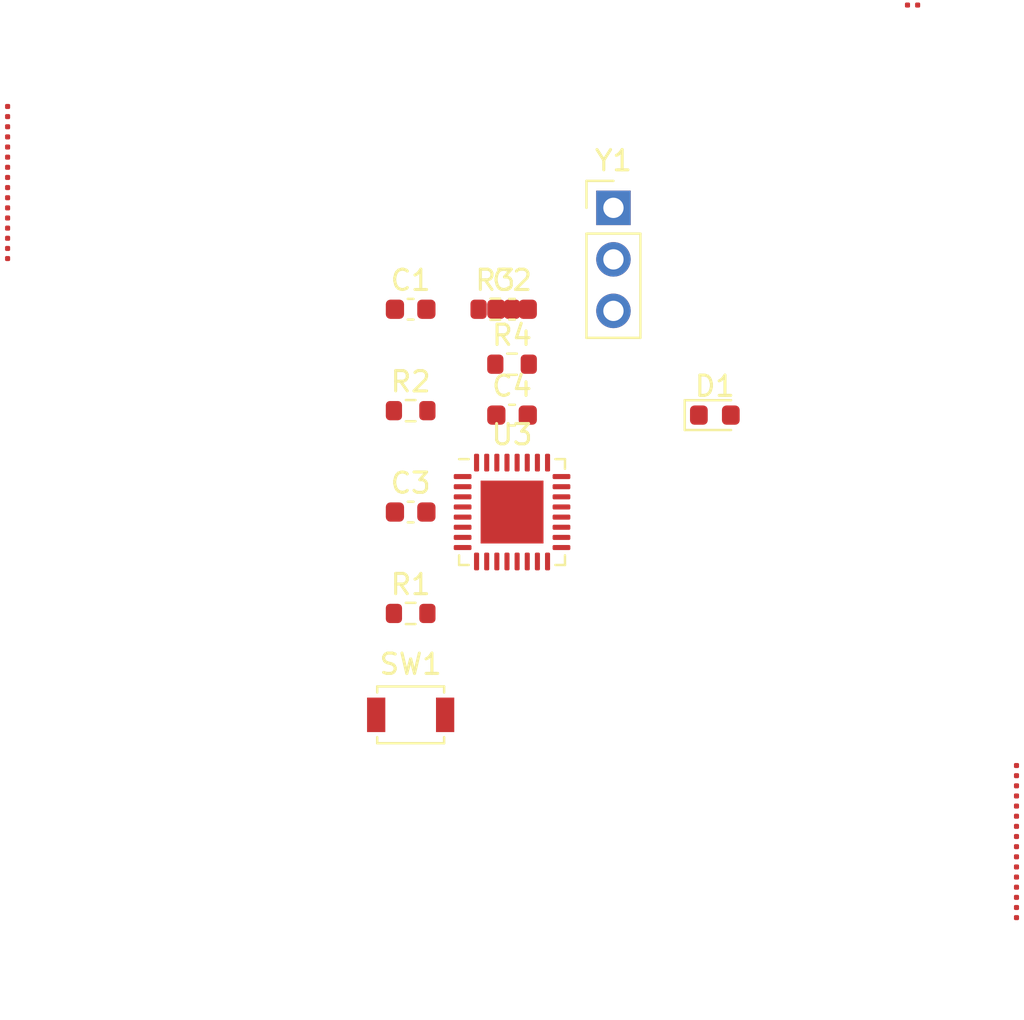
<source format=kicad_pcb>
(kicad_pcb (version 20211014) (generator pcbnew)
  (layers (0 "F.Cu" signal) (31 "B.Cu" signal) (34 "B.Paste" user) (35 "F.Paste" user) (36 "B.SilkS" user "B.Silkscreen") (37 "F.SilkS" user "F.Silkscreen") (38 "B.Mask" user) (39 "F.Mask" user) (44 "Edge.Cuts" user))
  (net 0 "")
  (net 1 "05DADB1E")
  (net 2 "GND")
  (net 3 "AVCC")
  (net 4 "Net-(D1-Pad2)")
  (net 5 "14DADB1E")
  (net 6 "TX")
  (net 7 "15DADB1E")
  (net 8 "RX")
  (net 9 "06DADB1W")
  (net 10 "Net-(R4-Pad2)")
  (net 11 "VVDADB")
  (net 12 "01DADB1W")
  (net 13 "02DADB1W")
  (net 14 "03DADB1W")
  (net 15 "04DADB1W")
  (net 16 "05DADB1W")
  (net 17 "07DADB1W")
  (net 18 "08DADB1W")
  (net 19 "09DADB1W")
  (net 20 "10DADB1W")
  (net 21 "11DADB1W")
  (net 22 "12DADB1W")
  (net 23 "13DADB1W")
  (net 24 "14DADB1W")
  (net 25 "15DADB1W")
  (net 26 "01DADB1E")
  (net 27 "12DADB1E")
  (net 28 "11DADB1E")
  (net 29 "PB7")
  (net 30 "10DADB1E")
  (net 31 "09DADB1E")
  (net 32 "08DADB1E")
  (net 33 "07DADB1E")
  (net 34 "06DADB1E")
  (net 35 "13DADB1E")
  (footprint "Connector_PinHeader_2.54mm:PinHeader_1x03_P2.54mm_Vertical" (layer "F.Cu") (at 5 -15)
    (fp_text reference "Y1" (at 0 -2.33) (layer "F.SilkS"))
    (fp_text value "Crystal_GND2")
    (fp_line (start -1.33 -1.33) (end 0 -1.33) (layer "F.SilkS") (width 0.12))
    (fp_line (start -1.33 6.41) (end 1.33 6.41) (layer "F.SilkS") (width 0.12))
    (fp_line (start -1.33 1.27) (end 1.33 1.27) (layer "F.SilkS") (width 0.12))
    (fp_line (start -1.33 0) (end -1.33 -1.33) (layer "F.SilkS") (width 0.12))
    (fp_line (start 1.33 1.27) (end 1.33 6.41) (layer "F.SilkS") (width 0.12))
    (fp_line (start -1.33 1.27) (end -1.33 6.41) (layer "F.SilkS") (width 0.12))
    (pad "1" thru_hole rect (at 0 0) (size 1.7 1.7) (drill 1) (layers *.Cu *.Mask) (net 17 "07DADB1W"))
    (pad "2" thru_hole oval (at 0 2.54) (size 1.7 1.7) (drill 1) (layers *.Cu *.Mask) (net 2 "GND"))
    (pad "3" thru_hole oval (at 0 5.08) (size 1.7 1.7) (drill 1) (layers *.Cu *.Mask) (net 29 "PB7"))
  )
  (footprint "Capacitor_SMD:C_0603_1608Metric" (layer "F.Cu") (at -5 0)
    (fp_text reference "C3" (at 0 -1.43) (layer "F.SilkS"))
    (fp_text value "1uF")
    (fp_line (start -0.14058 0.51) (end 0.14058 0.51) (layer "F.SilkS") (width 0.12))
    (fp_line (start -0.14058 -0.51) (end 0.14058 -0.51) (layer "F.SilkS") (width 0.12))
    (pad "1" smd roundrect (at -0.775 0) (size 0.9 0.95) (layers "F.Cu" "F.Paste" "F.Mask") (net 3 "AVCC"))
    (pad "2" smd roundrect (at 0.775 0) (size 0.9 0.95) (layers "F.Cu" "F.Paste" "F.Mask") (net 2 "GND"))
  )
  (footprint "Package_DFN_QFN:QFN-32-1EP_5x5mm_P0.5mm_EP3.1x3.1mm" (layer "F.Cu") (at 0 0)
    (fp_text reference "U3" (at 0 -3.82) (layer "F.SilkS"))
    (fp_text value "ATmega328P-M")
    (fp_line (start -2.61 2.61) (end -2.61 2.135) (layer "F.SilkS") (width 0.12))
    (fp_line (start 2.61 2.61) (end 2.61 2.135) (layer "F.SilkS") (width 0.12))
    (fp_line (start -2.135 -2.61) (end -2.61 -2.61) (layer "F.SilkS") (width 0.12))
    (fp_line (start 2.135 2.61) (end 2.61 2.61) (layer "F.SilkS") (width 0.12))
    (fp_line (start 2.135 -2.61) (end 2.61 -2.61) (layer "F.SilkS") (width 0.12))
    (fp_line (start -2.135 2.61) (end -2.61 2.61) (layer "F.SilkS") (width 0.12))
    (fp_line (start 2.61 -2.61) (end 2.61 -2.135) (layer "F.SilkS") (width 0.12))
    (pad "1" smd roundrect (at -2.4375 -1.75) (size 0.875 0.25) (layers "F.Cu" "F.Paste" "F.Mask") (net 27 "12DADB1E"))
    (pad "2" smd roundrect (at -2.4375 -1.25) (size 0.875 0.25) (layers "F.Cu" "F.Paste" "F.Mask") (net 28 "11DADB1E"))
    (pad "3" smd roundrect (at -2.4375 -0.75) (size 0.875 0.25) (layers "F.Cu" "F.Paste" "F.Mask") (net 2 "GND"))
    (pad "4" smd roundrect (at -2.4375 -0.25) (size 0.875 0.25) (layers "F.Cu" "F.Paste" "F.Mask") (net 3 "AVCC"))
    (pad "5" smd roundrect (at -2.4375 0.25) (size 0.875 0.25) (layers "F.Cu" "F.Paste" "F.Mask") (net 2 "GND"))
    (pad "6" smd roundrect (at -2.4375 0.75) (size 0.875 0.25) (layers "F.Cu" "F.Paste" "F.Mask") (net 3 "AVCC"))
    (pad "7" smd roundrect (at -2.4375 1.25) (size 0.875 0.25) (layers "F.Cu" "F.Paste" "F.Mask") (net 17 "07DADB1W"))
    (pad "8" smd roundrect (at -2.4375 1.75) (size 0.875 0.25) (layers "F.Cu" "F.Paste" "F.Mask") (net 29 "PB7"))
    (pad "9" smd roundrect (at -1.75 2.4375) (size 0.25 0.875) (layers "F.Cu" "F.Paste" "F.Mask") (net 30 "10DADB1E"))
    (pad "10" smd roundrect (at -1.25 2.4375) (size 0.25 0.875) (layers "F.Cu" "F.Paste" "F.Mask") (net 31 "09DADB1E"))
    (pad "11" smd roundrect (at -0.75 2.4375) (size 0.25 0.875) (layers "F.Cu" "F.Paste" "F.Mask") (net 32 "08DADB1E"))
    (pad "12" smd roundrect (at -0.25 2.4375) (size 0.25 0.875) (layers "F.Cu" "F.Paste" "F.Mask") (net 12 "01DADB1W"))
    (pad "13" smd roundrect (at 0.25 2.4375) (size 0.25 0.875) (layers "F.Cu" "F.Paste" "F.Mask") (net 13 "02DADB1W"))
    (pad "14" smd roundrect (at 0.75 2.4375) (size 0.25 0.875) (layers "F.Cu" "F.Paste" "F.Mask") (net 14 "03DADB1W"))
    (pad "15" smd roundrect (at 1.25 2.4375) (size 0.25 0.875) (layers "F.Cu" "F.Paste" "F.Mask") (net 15 "04DADB1W"))
    (pad "16" smd roundrect (at 1.75 2.4375) (size 0.25 0.875) (layers "F.Cu" "F.Paste" "F.Mask") (net 16 "05DADB1W"))
    (pad "17" smd roundrect (at 2.4375 1.75) (size 0.875 0.25) (layers "F.Cu" "F.Paste" "F.Mask") (net 9 "06DADB1W"))
    (pad "18" smd roundrect (at 2.4375 1.25) (size 0.875 0.25) (layers "F.Cu" "F.Paste" "F.Mask") (net 3 "AVCC"))
    (pad "19" smd roundrect (at 2.4375 0.75) (size 0.875 0.25) (layers "F.Cu" "F.Paste" "F.Mask") (net 33 "07DADB1E"))
    (pad "20" smd roundrect (at 2.4375 0.25) (size 0.875 0.25) (layers "F.Cu" "F.Paste" "F.Mask") (net 1 "05DADB1E"))
    (pad "21" smd roundrect (at 2.4375 -0.25) (size 0.875 0.25) (layers "F.Cu" "F.Paste" "F.Mask") (net 2 "GND"))
    (pad "22" smd roundrect (at 2.4375 -0.75) (size 0.875 0.25) (layers "F.Cu" "F.Paste" "F.Mask") (net 34 "06DADB1E"))
    (pad "23" smd roundrect (at 2.4375 -1.25) (size 0.875 0.25) (layers "F.Cu" "F.Paste" "F.Mask") (net 19 "09DADB1W"))
    (pad "24" smd roundrect (at 2.4375 -1.75) (size 0.875 0.25) (layers "F.Cu" "F.Paste" "F.Mask") (net 20 "10DADB1W"))
    (pad "25" smd roundrect (at 1.75 -2.4375) (size 0.25 0.875) (layers "F.Cu" "F.Paste" "F.Mask") (net 21 "11DADB1W"))
    (pad "26" smd roundrect (at 1.25 -2.4375) (size 0.25 0.875) (layers "F.Cu" "F.Paste" "F.Mask") (net 22 "12DADB1W"))
    (pad "27" smd roundrect (at 0.75 -2.4375) (size 0.25 0.875) (layers "F.Cu" "F.Paste" "F.Mask") (net 23 "13DADB1W"))
    (pad "28" smd roundrect (at 0.25 -2.4375) (size 0.25 0.875) (layers "F.Cu" "F.Paste" "F.Mask") (net 24 "14DADB1W"))
    (pad "29" smd roundrect (at -0.25 -2.4375) (size 0.25 0.875) (layers "F.Cu" "F.Paste" "F.Mask") (net 25 "15DADB1W"))
    (pad "30" smd roundrect (at -0.75 -2.4375) (size 0.25 0.875) (layers "F.Cu" "F.Paste" "F.Mask") (net 7 "15DADB1E"))
    (pad "31" smd roundrect (at -1.25 -2.4375) (size 0.25 0.875) (layers "F.Cu" "F.Paste" "F.Mask") (net 5 "14DADB1E"))
    (pad "32" smd roundrect (at -1.75 -2.4375) (size 0.25 0.875) (layers "F.Cu" "F.Paste" "F.Mask") (net 35 "13DADB1E"))
    (pad "33" smd rect (at 0 0) (size 3.1 3.1) (layers "F.Cu" "F.Mask") (net 2 "GND"))
  )
  (footprint "oomlout_OOMP_modules:MODULE-CONN-DADB-PI16-01" (layer "F.Cu") (at -25 -20)
    (fp_text reference "U1" hide)
    (fp_text value "MODULE-CONN-DADB-PI16-01" hide)
    (pad "1" smd roundrect (at 0.125 0) (size 0.25 0.25) (layers "F.Cu" "F.Paste" "F.Mask") (net 11 "VVDADB"))
    (pad "2" smd roundrect (at 0.125 0.5) (size 0.25 0.25) (layers "F.Cu" "F.Paste" "F.Mask") (net 12 "01DADB1W"))
    (pad "3" smd roundrect (at 0.125 1) (size 0.25 0.25) (layers "F.Cu" "F.Paste" "F.Mask") (net 13 "02DADB1W"))
    (pad "4" smd roundrect (at 0.125 1.5) (size 0.25 0.25) (layers "F.Cu" "F.Paste" "F.Mask") (net 14 "03DADB1W"))
    (pad "5" smd roundrect (at 0.125 2) (size 0.25 0.25) (layers "F.Cu" "F.Paste" "F.Mask") (net 15 "04DADB1W"))
    (pad "6" smd roundrect (at 0.125 2.5) (size 0.25 0.25) (layers "F.Cu" "F.Paste" "F.Mask") (net 16 "05DADB1W"))
    (pad "7" smd roundrect (at 0.125 3) (size 0.25 0.25) (layers "F.Cu" "F.Paste" "F.Mask") (net 9 "06DADB1W"))
    (pad "8" smd roundrect (at 0.125 3.5) (size 0.25 0.25) (layers "F.Cu" "F.Paste" "F.Mask") (net 17 "07DADB1W"))
    (pad "9" smd roundrect (at 0.125 4) (size 0.25 0.25) (layers "F.Cu" "F.Paste" "F.Mask") (net 18 "08DADB1W"))
    (pad "10" smd roundrect (at 0.125 4.5) (size 0.25 0.25) (layers "F.Cu" "F.Paste" "F.Mask") (net 19 "09DADB1W"))
    (pad "11" smd roundrect (at 0.125 5) (size 0.25 0.25) (layers "F.Cu" "F.Paste" "F.Mask") (net 20 "10DADB1W"))
    (pad "12" smd roundrect (at 0.125 5.5) (size 0.25 0.25) (layers "F.Cu" "F.Paste" "F.Mask") (net 21 "11DADB1W"))
    (pad "13" smd roundrect (at 0.125 6) (size 0.25 0.25) (layers "F.Cu" "F.Paste" "F.Mask") (net 22 "12DADB1W"))
    (pad "14" smd roundrect (at 0.125 6.5) (size 0.25 0.25) (layers "F.Cu" "F.Paste" "F.Mask") (net 23 "13DADB1W"))
    (pad "15" smd roundrect (at 0.125 7) (size 0.25 0.25) (layers "F.Cu" "F.Paste" "F.Mask") (net 24 "14DADB1W"))
    (pad "16" smd roundrect (at 0.125 7.5) (size 0.25 0.25) (layers "F.Cu" "F.Paste" "F.Mask") (net 25 "15DADB1W"))
  )
  (footprint "Capacitor_SMD:C_0603_1608Metric" (layer "F.Cu") (at -5 -10)
    (fp_text reference "C1" (at 0 -1.43) (layer "F.SilkS"))
    (fp_text value "100nF")
    (fp_line (start -0.14058 -0.51) (end 0.14058 -0.51) (layer "F.SilkS") (width 0.12))
    (fp_line (start -0.14058 0.51) (end 0.14058 0.51) (layer "F.SilkS") (width 0.12))
    (pad "1" smd roundrect (at -0.775 0) (size 0.9 0.95) (layers "F.Cu" "F.Paste" "F.Mask") (net 1 "05DADB1E"))
    (pad "2" smd roundrect (at 0.775 0) (size 0.9 0.95) (layers "F.Cu" "F.Paste" "F.Mask") (net 2 "GND"))
  )
  (footprint "Capacitor_SMD:C_0603_1608Metric" (layer "F.Cu") (at 0 -10)
    (fp_text reference "C2" (at 0 -1.43) (layer "F.SilkS"))
    (fp_text value "4.7uF")
    (fp_line (start -0.14058 0.51) (end 0.14058 0.51) (layer "F.SilkS") (width 0.12))
    (fp_line (start -0.14058 -0.51) (end 0.14058 -0.51) (layer "F.SilkS") (width 0.12))
    (pad "1" smd roundrect (at -0.775 0) (size 0.9 0.95) (layers "F.Cu" "F.Paste" "F.Mask") (net 3 "AVCC"))
    (pad "2" smd roundrect (at 0.775 0) (size 0.9 0.95) (layers "F.Cu" "F.Paste" "F.Mask") (net 2 "GND"))
  )
  (footprint "Capacitor_SMD:C_0603_1608Metric" (layer "F.Cu") (at 0 -4.78)
    (fp_text reference "C4" (at 0 -1.43) (layer "F.SilkS"))
    (fp_text value "1uF")
    (fp_line (start -0.14058 -0.51) (end 0.14058 -0.51) (layer "F.SilkS") (width 0.12))
    (fp_line (start -0.14058 0.51) (end 0.14058 0.51) (layer "F.SilkS") (width 0.12))
    (pad "1" smd roundrect (at -0.775 0) (size 0.9 0.95) (layers "F.Cu" "F.Paste" "F.Mask") (net 3 "AVCC"))
    (pad "2" smd roundrect (at 0.775 0) (size 0.9 0.95) (layers "F.Cu" "F.Paste" "F.Mask") (net 2 "GND"))
  )
  (footprint "Resistor_SMD:R_0603_1608Metric" (layer "F.Cu") (at 0 -7.29)
    (fp_text reference "R4" (at 0 -1.43) (layer "F.SilkS"))
    (fp_text value "1k")
    (fp_line (start -0.237258 0.5225) (end 0.237258 0.5225) (layer "F.SilkS") (width 0.12))
    (fp_line (start -0.237258 -0.5225) (end 0.237258 -0.5225) (layer "F.SilkS") (width 0.12))
    (pad "1" smd roundrect (at -0.825 0) (size 0.8 0.95) (layers "F.Cu" "F.Paste" "F.Mask") (net 3 "AVCC"))
    (pad "2" smd roundrect (at 0.825 0) (size 0.8 0.95) (layers "F.Cu" "F.Paste" "F.Mask") (net 10 "Net-(R4-Pad2)"))
  )
  (footprint "LED_SMD:LED_0603_1608Metric" (layer "F.Cu") (at 10 -4.78)
    (fp_text reference "D1" (at 0 -1.43) (layer "F.SilkS"))
    (fp_text value "GREEN")
    (fp_line (start -1.485 -0.735) (end -1.485 0.735) (layer "F.SilkS") (width 0.12))
    (fp_line (start -1.485 0.735) (end 0.8 0.735) (layer "F.SilkS") (width 0.12))
    (fp_line (start 0.8 -0.735) (end -1.485 -0.735) (layer "F.SilkS") (width 0.12))
    (pad "1" smd roundrect (at -0.7875 0) (size 0.875 0.95) (layers "F.Cu" "F.Paste" "F.Mask") (net 2 "GND"))
    (pad "2" smd roundrect (at 0.7875 0) (size 0.875 0.95) (layers "F.Cu" "F.Paste" "F.Mask") (net 4 "Net-(D1-Pad2)"))
  )
  (footprint "oomlout_OOMP_modules:MODULE-CONN-DADB-PI02-01" (layer "F.Cu") (at 20 -25 -90)
    (fp_text reference "U2" hide)
    (fp_text value "MODULE-CONN-DADB-PI02-01" hide)
    (pad "1" smd roundrect (at 0 0 270) (size 0.25 0.25) (layers "F.Cu" "F.Paste" "F.Mask") (net 11 "VVDADB"))
    (pad "2" smd roundrect (at 0 0.5 270) (size 0.25 0.25) (layers "F.Cu" "F.Paste" "F.Mask") (net 26 "01DADB1E"))
  )
  (footprint "Resistor_SMD:R_0603_1608Metric" (layer "F.Cu") (at -5 -5)
    (fp_text reference "R2" (at 0 -1.43) (layer "F.SilkS"))
    (fp_text value "1k")
    (fp_line (start -0.237258 0.5225) (end 0.237258 0.5225) (layer "F.SilkS") (width 0.12))
    (fp_line (start -0.237258 -0.5225) (end 0.237258 -0.5225) (layer "F.SilkS") (width 0.12))
    (pad "1" smd roundrect (at -0.825 0) (size 0.8 0.95) (layers "F.Cu" "F.Paste" "F.Mask") (net 7 "15DADB1E"))
    (pad "2" smd roundrect (at 0.825 0) (size 0.8 0.95) (layers "F.Cu" "F.Paste" "F.Mask") (net 8 "RX"))
  )
  (footprint "Button_Switch_SMD:SW_SPST_B3U-1000P" (layer "F.Cu") (at -5 10)
    (fp_text reference "SW1" (at 0 -2.5) (layer "F.SilkS"))
    (fp_text value "SW_Push")
    (fp_line (start -1.65 1.4) (end 1.65 1.4) (layer "F.SilkS") (width 0.12))
    (fp_line (start -1.65 1.1) (end -1.65 1.4) (layer "F.SilkS") (width 0.12))
    (fp_line (start 1.65 1.4) (end 1.65 1.1) (layer "F.SilkS") (width 0.12))
    (fp_line (start -1.65 -1.4) (end 1.65 -1.4) (layer "F.SilkS") (width 0.12))
    (fp_line (start 1.65 -1.4) (end 1.65 -1.1) (layer "F.SilkS") (width 0.12))
    (fp_line (start -1.65 -1.1) (end -1.65 -1.4) (layer "F.SilkS") (width 0.12))
    (pad "1" smd rect (at -1.7 0) (size 0.9 1.7) (layers "F.Cu" "F.Paste" "F.Mask") (net 2 "GND"))
    (pad "2" smd rect (at 1.7 0) (size 0.9 1.7) (layers "F.Cu" "F.Paste" "F.Mask") (net 10 "Net-(R4-Pad2)"))
  )
  (footprint "Resistor_SMD:R_0603_1608Metric" (layer "F.Cu") (at -0.825 -10)
    (fp_text reference "R3" (at 0 -1.43) (layer "F.SilkS"))
    (fp_text value "1k")
    (fp_line (start -0.237258 -0.5225) (end 0.237258 -0.5225) (layer "F.SilkS") (width 0.12))
    (fp_line (start -0.237258 0.5225) (end 0.237258 0.5225) (layer "F.SilkS") (width 0.12))
    (pad "1" smd roundrect (at -0.825 0) (size 0.8 0.95) (layers "F.Cu" "F.Paste" "F.Mask") (net 9 "06DADB1W"))
    (pad "2" smd roundrect (at 0.825 0) (size 0.8 0.95) (layers "F.Cu" "F.Paste" "F.Mask") (net 4 "Net-(D1-Pad2)"))
  )
  (footprint "Resistor_SMD:R_0603_1608Metric" (layer "F.Cu") (at -5 5)
    (fp_text reference "R1" (at 0 -1.43) (layer "F.SilkS"))
    (fp_text value "1k")
    (fp_line (start -0.237258 0.5225) (end 0.237258 0.5225) (layer "F.SilkS") (width 0.12))
    (fp_line (start -0.237258 -0.5225) (end 0.237258 -0.5225) (layer "F.SilkS") (width 0.12))
    (pad "1" smd roundrect (at -0.825 0) (size 0.8 0.95) (layers "F.Cu" "F.Paste" "F.Mask") (net 5 "14DADB1E"))
    (pad "2" smd roundrect (at 0.825 0) (size 0.8 0.95) (layers "F.Cu" "F.Paste" "F.Mask") (net 6 "TX"))
  )
  (footprint "oomlout_OOMP_modules:MODULE-CONN-DADB-PI16-01" (layer "F.Cu") (at 25 20 180)
    (fp_text reference "U4" hide)
    (fp_text value "MODULE-CONN-DADB-PI16-01" hide)
    (pad "1" smd roundrect (at 0.125 0 180) (size 0.25 0.25) (layers "F.Cu" "F.Paste" "F.Mask") (net 11 "VVDADB"))
    (pad "2" smd roundrect (at 0.125 0.5 180) (size 0.25 0.25) (layers "F.Cu" "F.Paste" "F.Mask") (net 26 "01DADB1E"))
    (pad "3" smd roundrect (at 0.125 1 180) (size 0.25 0.25) (layers "F.Cu" "F.Paste" "F.Mask") (net 26 "01DADB1E"))
    (pad "4" smd roundrect (at 0.125 1.5 180) (size 0.25 0.25) (layers "F.Cu" "F.Paste" "F.Mask") (net 26 "01DADB1E"))
    (pad "5" smd roundrect (at 0.125 2 180) (size 0.25 0.25) (layers "F.Cu" "F.Paste" "F.Mask") (net 26 "01DADB1E"))
    (pad "6" smd roundrect (at 0.125 2.5 180) (size 0.25 0.25) (layers "F.Cu" "F.Paste" "F.Mask") (net 1 "05DADB1E"))
    (pad "7" smd roundrect (at 0.125 3 180) (size 0.25 0.25) (layers "F.Cu" "F.Paste" "F.Mask") (net 34 "06DADB1E"))
    (pad "8" smd roundrect (at 0.125 3.5 180) (size 0.25 0.25) (layers "F.Cu" "F.Paste" "F.Mask") (net 33 "07DADB1E"))
    (pad "9" smd roundrect (at 0.125 4 180) (size 0.25 0.25) (layers "F.Cu" "F.Paste" "F.Mask") (net 32 "08DADB1E"))
    (pad "10" smd roundrect (at 0.125 4.5 180) (size 0.25 0.25) (layers "F.Cu" "F.Paste" "F.Mask") (net 31 "09DADB1E"))
    (pad "11" smd roundrect (at 0.125 5 180) (size 0.25 0.25) (layers "F.Cu" "F.Paste" "F.Mask") (net 30 "10DADB1E"))
    (pad "12" smd roundrect (at 0.125 5.5 180) (size 0.25 0.25) (layers "F.Cu" "F.Paste" "F.Mask") (net 28 "11DADB1E"))
    (pad "13" smd roundrect (at 0.125 6 180) (size 0.25 0.25) (layers "F.Cu" "F.Paste" "F.Mask") (net 27 "12DADB1E"))
    (pad "14" smd roundrect (at 0.125 6.5 180) (size 0.25 0.25) (layers "F.Cu" "F.Paste" "F.Mask") (net 35 "13DADB1E"))
    (pad "15" smd roundrect (at 0.125 7 180) (size 0.25 0.25) (layers "F.Cu" "F.Paste" "F.Mask") (net 5 "14DADB1E"))
    (pad "16" smd roundrect (at 0.125 7.5 180) (size 0.25 0.25) (layers "F.Cu" "F.Paste" "F.Mask") (net 7 "15DADB1E"))
  )
)
</source>
